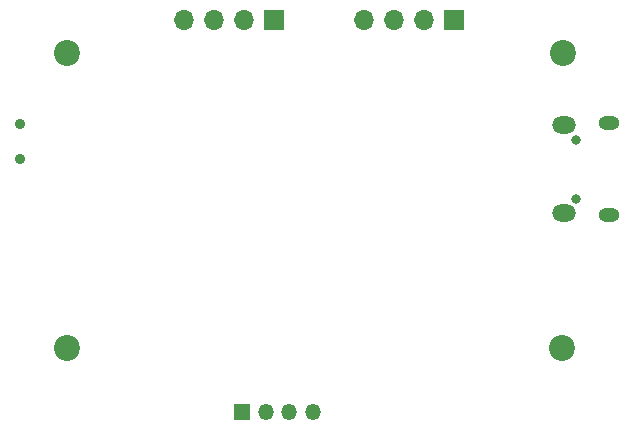
<source format=gbr>
%TF.GenerationSoftware,KiCad,Pcbnew,7.0.10*%
%TF.CreationDate,2024-01-07T18:15:16+00:00*%
%TF.ProjectId,green_storm,67726565-6e5f-4737-946f-726d2e6b6963,rev?*%
%TF.SameCoordinates,Original*%
%TF.FileFunction,Soldermask,Bot*%
%TF.FilePolarity,Negative*%
%FSLAX46Y46*%
G04 Gerber Fmt 4.6, Leading zero omitted, Abs format (unit mm)*
G04 Created by KiCad (PCBNEW 7.0.10) date 2024-01-07 18:15:16*
%MOMM*%
%LPD*%
G01*
G04 APERTURE LIST*
%ADD10R,1.700000X1.700000*%
%ADD11O,1.700000X1.700000*%
%ADD12R,1.350000X1.350000*%
%ADD13O,1.350000X1.350000*%
%ADD14C,2.200000*%
%ADD15O,0.800000X0.800000*%
%ADD16O,1.800000X1.150000*%
%ADD17O,2.000000X1.450000*%
%ADD18C,0.900000*%
G04 APERTURE END LIST*
D10*
%TO.C,J3*%
X65522000Y-77216000D03*
D11*
X62982000Y-77216000D03*
X60442000Y-77216000D03*
X57902000Y-77216000D03*
%TD*%
D12*
%TO.C,J4*%
X62865000Y-110363000D03*
D13*
X64865000Y-110363000D03*
X66865000Y-110363000D03*
X68865000Y-110363000D03*
%TD*%
D14*
%TO.C,H2*%
X89916000Y-105000000D03*
%TD*%
%TO.C,H4*%
X48000000Y-80000000D03*
%TD*%
%TO.C,H1*%
X48000000Y-105000000D03*
%TD*%
D15*
%TO.C,J1*%
X91143000Y-92319000D03*
X91143000Y-87319000D03*
D16*
X93893000Y-93694000D03*
D17*
X90093000Y-93544000D03*
X90093000Y-86094000D03*
D16*
X93893000Y-85944000D03*
%TD*%
D10*
%TO.C,J2*%
X80772000Y-77216000D03*
D11*
X78232000Y-77216000D03*
X75692000Y-77216000D03*
X73152000Y-77216000D03*
%TD*%
D14*
%TO.C,H3*%
X90000000Y-80000000D03*
%TD*%
D18*
%TO.C,SW1*%
X44087000Y-86003000D03*
X44087000Y-89003000D03*
%TD*%
M02*

</source>
